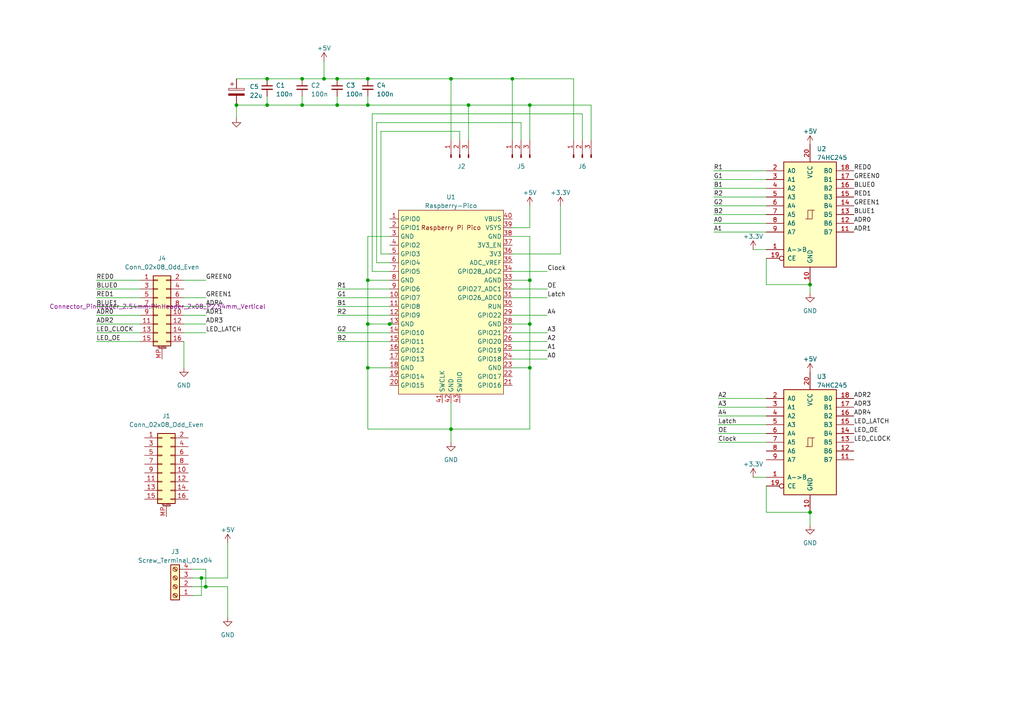
<source format=kicad_sch>
(kicad_sch (version 20231120) (generator "eeschema") (generator_version "8.0")
  (paper "A4")
  (lib_symbols
    (symbol "1_ene9ba_Library:Conn_01x03_Pin" (pin_names (offset 1.016) hide)
      (property "Reference" "J" (at 0 5.08 0))
      (property "Value" "Conn_01x03_Pin" (at 0 -5.08 0))
      (symbol "Conn_01x03_Pin_1_1"
        (polyline (pts (xy 1.27 -2.54) (xy 0.8636 -2.54)) (stroke (width 0.1524)))
        (polyline (pts (xy 1.27 0) (xy 0.8636 0)) (stroke (width 0.1524)))
        (polyline (pts (xy 1.27 2.54) (xy 0.8636 2.54)) (stroke (width 0.1524)))
        (rectangle (start 0.8636 -2.413) (end 0 -2.667) (stroke (width 0.1524)) (fill (type outline)))
        (rectangle (start 0.8636 0.127) (end 0 -0.127) (stroke (width 0.1524)) (fill (type outline)))
        (rectangle (start 0.8636 2.667) (end 0 2.413) (stroke (width 0.1524)) (fill (type outline)))
        (pin passive line (at 5.08 2.54 180) (length 3.81) (name "Pin_1") (number "1"))
        (pin passive line (at 5.08 0 180) (length 3.81) (name "Pin_2") (number "2"))
        (pin passive line (at 5.08 -2.54 180) (length 3.81) (name "Pin_3") (number "3"))
      )
    )
    (symbol "1_ene9ba_Library:Raspberry-Pico"
      (property "Reference" "U" (at -13.97 27.94 0))
      (property "Value" "Raspberry-Pico" (at 0 19.05 0))
      (symbol "Raspberry-Pico_0_0"
        (text "Raspberry Pi Pico" (at 0 21.59 0) (effects (font (size 1.27 1.27))))
      )
      (symbol "Raspberry-Pico_0_1"
        (rectangle (start -15.24 26.67) (end 15.24 -26.67) (fill (type background)))
      )
      (symbol "Raspberry-Pico_1_1"
        (pin bidirectional line (at -17.78 24.13 0) (length 2.54) (name "GPIO0") (number "1"))
        (pin bidirectional line (at -17.78 1.27 0) (length 2.54) (name "GPIO7") (number "10"))
        (pin bidirectional line (at -17.78 -1.27 0) (length 2.54) (name "GPIO8") (number "11"))
        (pin bidirectional line (at -17.78 -3.81 0) (length 2.54) (name "GPIO9") (number "12"))
        (pin power_in line (at -17.78 -6.35 0) (length 2.54) (name "GND") (number "13"))
        (pin bidirectional line (at -17.78 -8.89 0) (length 2.54) (name "GPIO10") (number "14"))
        (pin bidirectional line (at -17.78 -11.43 0) (length 2.54) (name "GPIO11") (number "15"))
        (pin bidirectional line (at -17.78 -13.97 0) (length 2.54) (name "GPIO12") (number "16"))
        (pin bidirectional line (at -17.78 -16.51 0) (length 2.54) (name "GPIO13") (number "17"))
        (pin power_in line (at -17.78 -19.05 0) (length 2.54) (name "GND") (number "18"))
        (pin bidirectional line (at -17.78 -21.59 0) (length 2.54) (name "GPIO14") (number "19"))
        (pin bidirectional line (at -17.78 21.59 0) (length 2.54) (name "GPIO1") (number "2"))
        (pin bidirectional line (at -17.78 -24.13 0) (length 2.54) (name "GPIO15") (number "20"))
        (pin bidirectional line (at 17.78 -24.13 180) (length 2.54) (name "GPIO16") (number "21"))
        (pin bidirectional line (at 17.78 -21.59 180) (length 2.54) (name "GPIO17") (number "22"))
        (pin power_in line (at 17.78 -19.05 180) (length 2.54) (name "GND") (number "23"))
        (pin bidirectional line (at 17.78 -16.51 180) (length 2.54) (name "GPIO18") (number "24"))
        (pin bidirectional line (at 17.78 -13.97 180) (length 2.54) (name "GPIO19") (number "25"))
        (pin bidirectional line (at 17.78 -11.43 180) (length 2.54) (name "GPIO20") (number "26"))
        (pin bidirectional line (at 17.78 -8.89 180) (length 2.54) (name "GPIO21") (number "27"))
        (pin power_in line (at 17.78 -6.35 180) (length 2.54) (name "GND") (number "28"))
        (pin bidirectional line (at 17.78 -3.81 180) (length 2.54) (name "GPIO22") (number "29"))
        (pin power_in line (at -17.78 19.05 0) (length 2.54) (name "GND") (number "3"))
        (pin input line (at 17.78 -1.27 180) (length 2.54) (name "RUN") (number "30"))
        (pin bidirectional line (at 17.78 1.27 180) (length 2.54) (name "GPIO26_ADC0") (number "31"))
        (pin bidirectional line (at 17.78 3.81 180) (length 2.54) (name "GPIO27_ADC1") (number "32"))
        (pin power_in line (at 17.78 6.35 180) (length 2.54) (name "AGND") (number "33"))
        (pin bidirectional line (at 17.78 8.89 180) (length 2.54) (name "GPIO28_ADC2") (number "34"))
        (pin power_in line (at 17.78 11.43 180) (length 2.54) (name "ADC_VREF") (number "35"))
        (pin power_in line (at 17.78 13.97 180) (length 2.54) (name "3V3") (number "36"))
        (pin input line (at 17.78 16.51 180) (length 2.54) (name "3V3_EN") (number "37"))
        (pin bidirectional line (at 17.78 19.05 180) (length 2.54) (name "GND") (number "38"))
        (pin power_in line (at 17.78 21.59 180) (length 2.54) (name "VSYS") (number "39"))
        (pin bidirectional line (at -17.78 16.51 0) (length 2.54) (name "GPIO2") (number "4"))
        (pin power_in line (at 17.78 24.13 180) (length 2.54) (name "VBUS") (number "40"))
        (pin input line (at -2.54 -29.21 90) (length 2.54) (name "SWCLK") (number "41"))
        (pin power_in line (at 0 -29.21 90) (length 2.54) (name "GND") (number "42"))
        (pin bidirectional line (at 2.54 -29.21 90) (length 2.54) (name "SWDIO") (number "43"))
        (pin bidirectional line (at -17.78 13.97 0) (length 2.54) (name "GPIO3") (number "5"))
        (pin bidirectional line (at -17.78 11.43 0) (length 2.54) (name "GPIO4") (number "6"))
        (pin bidirectional line (at -17.78 8.89 0) (length 2.54) (name "GPIO5") (number "7"))
        (pin power_in line (at -17.78 6.35 0) (length 2.54) (name "GND") (number "8"))
        (pin bidirectional line (at -17.78 3.81 0) (length 2.54) (name "GPIO6") (number "9"))
      )
    )
    (symbol "74xx:74HC245" (pin_names (offset 1.016))
      (property "Reference" "U" (at -7.62 16.51 0))
      (property "Value" "74HC245" (at -7.62 -16.51 0))
      (symbol "74HC245_1_0"
        (polyline (pts (xy -0.635 -1.27) (xy -0.635 1.27) (xy 0.635 1.27)))
        (polyline (pts (xy -1.27 -1.27) (xy 0.635 -1.27) (xy 0.635 1.27) (xy 1.27 1.27)))
        (pin input line (at -12.7 -10.16 0) (length 5.08) (name "A->B") (number "1"))
        (pin power_in line (at 0 -20.32 90) (length 5.08) (name "GND") (number "10"))
        (pin tri_state line (at 12.7 -5.08 180) (length 5.08) (name "B7") (number "11"))
        (pin tri_state line (at 12.7 -2.54 180) (length 5.08) (name "B6") (number "12"))
        (pin tri_state line (at 12.7 0 180) (length 5.08) (name "B5") (number "13"))
        (pin tri_state line (at 12.7 2.54 180) (length 5.08) (name "B4") (number "14"))
        (pin tri_state line (at 12.7 5.08 180) (length 5.08) (name "B3") (number "15"))
        (pin tri_state line (at 12.7 7.62 180) (length 5.08) (name "B2") (number "16"))
        (pin tri_state line (at 12.7 10.16 180) (length 5.08) (name "B1") (number "17"))
        (pin tri_state line (at 12.7 12.7 180) (length 5.08) (name "B0") (number "18"))
        (pin input inverted (at -12.7 -12.7 0) (length 5.08) (name "CE") (number "19"))
        (pin tri_state line (at -12.7 12.7 0) (length 5.08) (name "A0") (number "2"))
        (pin power_in line (at 0 20.32 270) (length 5.08) (name "VCC") (number "20"))
        (pin tri_state line (at -12.7 10.16 0) (length 5.08) (name "A1") (number "3"))
        (pin tri_state line (at -12.7 7.62 0) (length 5.08) (name "A2") (number "4"))
        (pin tri_state line (at -12.7 5.08 0) (length 5.08) (name "A3") (number "5"))
        (pin tri_state line (at -12.7 2.54 0) (length 5.08) (name "A4") (number "6"))
        (pin tri_state line (at -12.7 0 0) (length 5.08) (name "A5") (number "7"))
        (pin tri_state line (at -12.7 -2.54 0) (length 5.08) (name "A6") (number "8"))
        (pin tri_state line (at -12.7 -5.08 0) (length 5.08) (name "A7") (number "9"))
      )
      (symbol "74HC245_1_1"
        (rectangle (start -7.62 15.24) (end 7.62 -15.24) (stroke (width 0.254)) (fill (type background)))
      )
    )
    (symbol "Connector:Screw_Terminal_01x04" (pin_names (offset 1.016) hide)
      (property "Reference" "J" (at 0 5.08 0))
      (property "Value" "Screw_Terminal_01x04" (at 0 -7.62 0))
      (symbol "Screw_Terminal_01x04_1_1"
        (rectangle (start -1.27 3.81) (end 1.27 -6.35) (stroke (width 0.254)) (fill (type background)))
        (circle (center 0 -5.08) (radius 0.635) (stroke (width 0.1524)))
        (circle (center 0 -2.54) (radius 0.635) (stroke (width 0.1524)))
        (polyline (pts (xy -0.5334 -4.7498) (xy 0.3302 -5.588)) (stroke (width 0.1524)))
        (polyline (pts (xy -0.5334 -2.2098) (xy 0.3302 -3.048)) (stroke (width 0.1524)))
        (polyline (pts (xy -0.5334 0.3302) (xy 0.3302 -0.508)) (stroke (width 0.1524)))
        (polyline (pts (xy -0.5334 2.8702) (xy 0.3302 2.032)) (stroke (width 0.1524)))
        (polyline (pts (xy -0.3556 -4.572) (xy 0.508 -5.4102)) (stroke (width 0.1524)))
        (polyline (pts (xy -0.3556 -2.032) (xy 0.508 -2.8702)) (stroke (width 0.1524)))
        (polyline (pts (xy -0.3556 0.508) (xy 0.508 -0.3302)) (stroke (width 0.1524)))
        (polyline (pts (xy -0.3556 3.048) (xy 0.508 2.2098)) (stroke (width 0.1524)))
        (circle (center 0 0) (radius 0.635) (stroke (width 0.1524)))
        (circle (center 0 2.54) (radius 0.635) (stroke (width 0.1524)))
        (pin passive line (at -5.08 2.54 0) (length 3.81) (name "Pin_1") (number "1"))
        (pin passive line (at -5.08 0 0) (length 3.81) (name "Pin_2") (number "2"))
        (pin passive line (at -5.08 -2.54 0) (length 3.81) (name "Pin_3") (number "3"))
        (pin passive line (at -5.08 -5.08 0) (length 3.81) (name "Pin_4") (number "4"))
      )
    )
    (symbol "Connector_Generic_MountingPin:Conn_02x08_Odd_Even_MountingPin" (pin_names (offset 1.016) hide)
      (property "Reference" "J" (at 1.27 10.16 0))
      (property "Value" "Conn_02x08_Odd_Even_MountingPin" (at 2.54 -12.7 0))
      (symbol "Conn_02x08_Odd_Even_MountingPin_1_1"
        (rectangle (start -1.27 -10.033) (end 0 -10.287) (stroke (width 0.1524)))
        (rectangle (start -1.27 -7.493) (end 0 -7.747) (stroke (width 0.1524)))
        (rectangle (start -1.27 -4.953) (end 0 -5.207) (stroke (width 0.1524)))
        (rectangle (start -1.27 -2.413) (end 0 -2.667) (stroke (width 0.1524)))
        (rectangle (start -1.27 0.127) (end 0 -0.127) (stroke (width 0.1524)))
        (rectangle (start -1.27 2.667) (end 0 2.413) (stroke (width 0.1524)))
        (rectangle (start -1.27 5.207) (end 0 4.953) (stroke (width 0.1524)))
        (rectangle (start -1.27 7.747) (end 0 7.493) (stroke (width 0.1524)))
        (rectangle (start -1.27 8.89) (end 3.81 -11.43) (stroke (width 0.254)) (fill (type background)))
        (polyline (pts (xy 0.254 -12.192) (xy 2.286 -12.192)) (stroke (width 0.1524)))
        (rectangle (start 3.81 -10.033) (end 2.54 -10.287) (stroke (width 0.1524)))
        (rectangle (start 3.81 -7.493) (end 2.54 -7.747) (stroke (width 0.1524)))
        (rectangle (start 3.81 -4.953) (end 2.54 -5.207) (stroke (width 0.1524)))
        (rectangle (start 3.81 -2.413) (end 2.54 -2.667) (stroke (width 0.1524)))
        (rectangle (start 3.81 0.127) (end 2.54 -0.127) (stroke (width 0.1524)))
        (rectangle (start 3.81 2.667) (end 2.54 2.413) (stroke (width 0.1524)))
        (rectangle (start 3.81 5.207) (end 2.54 4.953) (stroke (width 0.1524)))
        (rectangle (start 3.81 7.747) (end 2.54 7.493) (stroke (width 0.1524)))
        (text "Mounting" (at 1.27 -11.811 0) (effects (font (size 0.381 0.381))))
        (pin passive line (at -5.08 7.62 0) (length 3.81) (name "Pin_1") (number "1"))
        (pin passive line (at 7.62 -2.54 180) (length 3.81) (name "Pin_10") (number "10"))
        (pin passive line (at -5.08 -5.08 0) (length 3.81) (name "Pin_11") (number "11"))
        (pin passive line (at 7.62 -5.08 180) (length 3.81) (name "Pin_12") (number "12"))
        (pin passive line (at -5.08 -7.62 0) (length 3.81) (name "Pin_13") (number "13"))
        (pin passive line (at 7.62 -7.62 180) (length 3.81) (name "Pin_14") (number "14"))
        (pin passive line (at -5.08 -10.16 0) (length 3.81) (name "Pin_15") (number "15"))
        (pin passive line (at 7.62 -10.16 180) (length 3.81) (name "Pin_16") (number "16"))
        (pin passive line (at 7.62 7.62 180) (length 3.81) (name "Pin_2") (number "2"))
        (pin passive line (at -5.08 5.08 0) (length 3.81) (name "Pin_3") (number "3"))
        (pin passive line (at 7.62 5.08 180) (length 3.81) (name "Pin_4") (number "4"))
        (pin passive line (at -5.08 2.54 0) (length 3.81) (name "Pin_5") (number "5"))
        (pin passive line (at 7.62 2.54 180) (length 3.81) (name "Pin_6") (number "6"))
        (pin passive line (at -5.08 0 0) (length 3.81) (name "Pin_7") (number "7"))
        (pin passive line (at 7.62 0 180) (length 3.81) (name "Pin_8") (number "8"))
        (pin passive line (at -5.08 -2.54 0) (length 3.81) (name "Pin_9") (number "9"))
        (pin passive line (at 1.27 -15.24 90) (length 3.048) (name "MountPin") (number "MP"))
      )
    )
    (symbol "Device:C_Polarized" (pin_numbers hide) (pin_names (offset 0.254))
      (property "Reference" "C" (at 0.635 2.54 0))
      (property "Value" "C_Polarized" (at 0.635 -2.54 0))
      (symbol "C_Polarized_0_1"
        (rectangle (start -2.286 0.508) (end 2.286 1.016))
        (polyline (pts (xy -1.778 2.286) (xy -0.762 2.286)))
        (polyline (pts (xy -1.27 2.794) (xy -1.27 1.778)))
        (rectangle (start 2.286 -0.508) (end -2.286 -1.016) (fill (type outline)))
      )
      (symbol "C_Polarized_1_1"
        (pin passive line (at 0 3.81 270) (length 2.794) (name "~") (number "1"))
        (pin passive line (at 0 -3.81 90) (length 2.794) (name "~") (number "2"))
      )
    )
    (symbol "Device:C_Small" (pin_numbers hide) (pin_names (offset 0.254) hide)
      (property "Reference" "C" (at 0.254 1.778 0))
      (property "Value" "C_Small" (at 0.254 -2.032 0))
      (symbol "C_Small_0_1"
        (polyline (pts (xy -1.524 -0.508) (xy 1.524 -0.508)) (stroke (width 0.3302)))
        (polyline (pts (xy -1.524 0.508) (xy 1.524 0.508)) (stroke (width 0.3048)))
      )
      (symbol "C_Small_1_1"
        (pin passive line (at 0 2.54 270) (length 2.032) (name "~") (number "1"))
        (pin passive line (at 0 -2.54 90) (length 2.032) (name "~") (number "2"))
      )
    )
    (symbol "power:+3.3V" (power) (pin_names (offset 0))
      (property "Value" "+3.3V" (at 0 3.556 0))
      (symbol "+3.3V_0_1"
        (polyline (pts (xy -0.762 1.27) (xy 0 2.54)))
        (polyline (pts (xy 0 0) (xy 0 2.54)))
        (polyline (pts (xy 0 2.54) (xy 0.762 1.27)))
      )
      (symbol "+3.3V_1_1"
        (pin power_in line (at 0 0 90) (length 0) hide (name "+3.3V") (number "1"))
      )
    )
    (symbol "power:+5V" (power) (pin_names (offset 0))
      (property "Value" "+5V" (at 0 3.556 0))
      (symbol "+5V_0_1"
        (polyline (pts (xy -0.762 1.27) (xy 0 2.54)))
        (polyline (pts (xy 0 0) (xy 0 2.54)))
        (polyline (pts (xy 0 2.54) (xy 0.762 1.27)))
      )
      (symbol "+5V_1_1"
        (pin power_in line (at 0 0 90) (length 0) hide (name "+5V") (number "1"))
      )
    )
    (symbol "power:GND" (power) (pin_names (offset 0))
      (property "Value" "GND" (at 0 -3.81 0))
      (symbol "GND_0_1"
        (polyline (pts (xy 0 0) (xy 0 -1.27) (xy 1.27 -1.27) (xy 0 -2.54) (xy -1.27 -1.27) (xy 0 -1.27)))
      )
      (symbol "GND_1_1"
        (pin power_in line (at 0 0 270) (length 0) hide (name "GND") (number "1"))
      )
    )
  )
  (junction (at 77.47 22.86))
  (junction (at 148.59 22.86))
  (junction (at 97.79 30.48))
  (junction (at 87.63 22.86))
  (junction (at 113.03 93.98))
  (junction (at 106.68 81.28))
  (junction (at 106.68 22.86))
  (junction (at 135.89 30.48))
  (junction (at 97.79 22.86))
  (junction (at 130.81 124.46))
  (junction (at 153.67 93.98))
  (junction (at 59.69 170.18))
  (junction (at 153.67 30.48))
  (junction (at 153.67 81.28))
  (junction (at 130.81 22.86))
  (junction (at 58.42 167.64))
  (junction (at 234.95 148.59))
  (junction (at 77.47 30.48))
  (junction (at 68.58 30.48))
  (junction (at 106.68 106.68))
  (junction (at 234.95 82.55))
  (junction (at 87.63 30.48))
  (junction (at 153.67 106.68))
  (junction (at 106.68 30.48))
  (junction (at 93.98 22.86))
  (junction (at 106.68 93.98))
  (wire (pts (xy 148.59 22.86) (xy 166.37 22.86)))
  (wire (pts (xy 110.49 38.1) (xy 110.49 73.66)))
  (wire (pts (xy 107.95 33.02) (xy 107.95 78.74)))
  (wire (pts (xy 106.68 81.28) (xy 106.68 93.98)))
  (wire (pts (xy 153.67 93.98) (xy 153.67 106.68)))
  (wire (pts (xy 153.67 30.48) (xy 153.67 40.64)))
  (wire (pts (xy 135.89 30.48) (xy 135.89 40.64)))
  (wire (pts (xy 218.44 138.43) (xy 222.25 138.43)))
  (wire (pts (xy 53.34 88.9) (xy 59.69 88.9)))
  (wire (pts (xy 66.04 157.48) (xy 66.04 167.64)))
  (wire (pts (xy 106.68 30.48) (xy 135.89 30.48)))
  (wire (pts (xy 27.94 81.28) (xy 40.64 81.28)))
  (wire (pts (xy 207.01 59.69) (xy 222.25 59.69)))
  (wire (pts (xy 208.28 128.27) (xy 222.25 128.27)))
  (wire (pts (xy 109.22 35.56) (xy 109.22 76.2)))
  (wire (pts (xy 208.28 123.19) (xy 222.25 123.19)))
  (wire (pts (xy 151.13 35.56) (xy 151.13 40.64)))
  (wire (pts (xy 55.88 170.18) (xy 59.69 170.18)))
  (wire (pts (xy 166.37 22.86) (xy 166.37 40.64)))
  (wire (pts (xy 97.79 99.06) (xy 113.03 99.06)))
  (wire (pts (xy 208.28 125.73) (xy 222.25 125.73)))
  (wire (pts (xy 106.68 106.68) (xy 106.68 124.46)))
  (wire (pts (xy 97.79 27.94) (xy 97.79 30.48)))
  (wire (pts (xy 97.79 83.82) (xy 113.03 83.82)))
  (wire (pts (xy 97.79 30.48) (xy 106.68 30.48)))
  (wire (pts (xy 222.25 140.97) (xy 222.25 148.59)))
  (wire (pts (xy 110.49 73.66) (xy 113.03 73.66)))
  (wire (pts (xy 110.49 38.1) (xy 133.35 38.1)))
  (wire (pts (xy 148.59 22.86) (xy 148.59 40.64)))
  (wire (pts (xy 148.59 83.82) (xy 158.75 83.82)))
  (wire (pts (xy 97.79 91.44) (xy 113.03 91.44)))
  (wire (pts (xy 59.69 170.18) (xy 59.69 165.1)))
  (wire (pts (xy 59.69 165.1) (xy 55.88 165.1)))
  (wire (pts (xy 107.95 33.02) (xy 168.91 33.02)))
  (wire (pts (xy 208.28 120.65) (xy 222.25 120.65)))
  (wire (pts (xy 168.91 33.02) (xy 168.91 40.64)))
  (wire (pts (xy 106.68 68.58) (xy 106.68 81.28)))
  (wire (pts (xy 106.68 22.86) (xy 130.81 22.86)))
  (wire (pts (xy 153.67 59.69) (xy 153.67 66.04)))
  (wire (pts (xy 207.01 62.23) (xy 222.25 62.23)))
  (wire (pts (xy 55.88 172.72) (xy 58.42 172.72)))
  (wire (pts (xy 58.42 167.64) (xy 66.04 167.64)))
  (wire (pts (xy 53.34 93.98) (xy 59.69 93.98)))
  (wire (pts (xy 27.94 93.98) (xy 40.64 93.98)))
  (wire (pts (xy 153.67 66.04) (xy 148.59 66.04)))
  (wire (pts (xy 106.68 124.46) (xy 130.81 124.46)))
  (wire (pts (xy 113.03 68.58) (xy 106.68 68.58)))
  (wire (pts (xy 59.69 170.18) (xy 66.04 170.18)))
  (wire (pts (xy 148.59 104.14) (xy 158.75 104.14)))
  (wire (pts (xy 207.01 67.31) (xy 222.25 67.31)))
  (wire (pts (xy 148.59 68.58) (xy 153.67 68.58)))
  (wire (pts (xy 27.94 86.36) (xy 40.64 86.36)))
  (wire (pts (xy 87.63 30.48) (xy 97.79 30.48)))
  (wire (pts (xy 93.98 17.78) (xy 93.98 22.86)))
  (wire (pts (xy 130.81 124.46) (xy 153.67 124.46)))
  (wire (pts (xy 53.34 86.36) (xy 59.69 86.36)))
  (wire (pts (xy 133.35 38.1) (xy 133.35 40.64)))
  (wire (pts (xy 97.79 22.86) (xy 106.68 22.86)))
  (wire (pts (xy 148.59 99.06) (xy 158.75 99.06)))
  (wire (pts (xy 109.22 35.56) (xy 151.13 35.56)))
  (wire (pts (xy 53.34 99.06) (xy 53.34 106.68)))
  (wire (pts (xy 148.59 73.66) (xy 162.56 73.66)))
  (wire (pts (xy 208.28 118.11) (xy 222.25 118.11)))
  (wire (pts (xy 27.94 88.9) (xy 40.64 88.9)))
  (wire (pts (xy 222.25 148.59) (xy 234.95 148.59)))
  (wire (pts (xy 106.68 93.98) (xy 113.03 93.98)))
  (wire (pts (xy 27.94 83.82) (xy 40.64 83.82)))
  (wire (pts (xy 234.95 82.55) (xy 234.95 85.09)))
  (wire (pts (xy 68.58 30.48) (xy 77.47 30.48)))
  (wire (pts (xy 130.81 22.86) (xy 130.81 40.64)))
  (wire (pts (xy 222.25 74.93) (xy 222.25 82.55)))
  (wire (pts (xy 153.67 30.48) (xy 171.45 30.48)))
  (wire (pts (xy 106.68 27.94) (xy 106.68 30.48)))
  (wire (pts (xy 153.67 106.68) (xy 153.67 124.46)))
  (wire (pts (xy 27.94 91.44) (xy 40.64 91.44)))
  (wire (pts (xy 207.01 54.61) (xy 222.25 54.61)))
  (wire (pts (xy 27.94 99.06) (xy 40.64 99.06)))
  (wire (pts (xy 93.98 22.86) (xy 97.79 22.86)))
  (wire (pts (xy 135.89 30.48) (xy 153.67 30.48)))
  (wire (pts (xy 53.34 81.28) (xy 59.69 81.28)))
  (wire (pts (xy 148.59 91.44) (xy 158.75 91.44)))
  (wire (pts (xy 77.47 30.48) (xy 77.47 27.94)))
  (wire (pts (xy 222.25 82.55) (xy 234.95 82.55)))
  (wire (pts (xy 106.68 93.98) (xy 106.68 106.68)))
  (wire (pts (xy 97.79 86.36) (xy 113.03 86.36)))
  (wire (pts (xy 66.04 179.07) (xy 66.04 170.18)))
  (wire (pts (xy 218.44 72.39) (xy 222.25 72.39)))
  (wire (pts (xy 130.81 124.46) (xy 130.81 128.27)))
  (wire (pts (xy 27.94 96.52) (xy 40.64 96.52)))
  (wire (pts (xy 148.59 96.52) (xy 158.75 96.52)))
  (wire (pts (xy 68.58 22.86) (xy 77.47 22.86)))
  (wire (pts (xy 207.01 49.53) (xy 222.25 49.53)))
  (wire (pts (xy 148.59 81.28) (xy 153.67 81.28)))
  (wire (pts (xy 53.34 96.52) (xy 59.69 96.52)))
  (wire (pts (xy 148.59 106.68) (xy 153.67 106.68)))
  (wire (pts (xy 148.59 78.74) (xy 158.75 78.74)))
  (wire (pts (xy 130.81 22.86) (xy 148.59 22.86)))
  (wire (pts (xy 130.81 124.46) (xy 130.81 116.84)))
  (wire (pts (xy 77.47 30.48) (xy 87.63 30.48)))
  (wire (pts (xy 113.03 81.28) (xy 106.68 81.28)))
  (wire (pts (xy 153.67 81.28) (xy 153.67 93.98)))
  (wire (pts (xy 113.03 93.98) (xy 114.3 93.98)))
  (wire (pts (xy 87.63 22.86) (xy 93.98 22.86)))
  (wire (pts (xy 68.58 30.48) (xy 68.58 34.29)))
  (wire (pts (xy 153.67 93.98) (xy 148.59 93.98)))
  (wire (pts (xy 87.63 30.48) (xy 87.63 27.94)))
  (wire (pts (xy 109.22 76.2) (xy 113.03 76.2)))
  (wire (pts (xy 234.95 148.59) (xy 234.95 152.4)))
  (wire (pts (xy 55.88 167.64) (xy 58.42 167.64)))
  (wire (pts (xy 97.79 88.9) (xy 113.03 88.9)))
  (wire (pts (xy 97.79 96.52) (xy 113.03 96.52)))
  (wire (pts (xy 207.01 57.15) (xy 222.25 57.15)))
  (wire (pts (xy 77.47 22.86) (xy 87.63 22.86)))
  (wire (pts (xy 106.68 106.68) (xy 113.03 106.68)))
  (wire (pts (xy 207.01 64.77) (xy 222.25 64.77)))
  (wire (pts (xy 53.34 91.44) (xy 59.69 91.44)))
  (wire (pts (xy 148.59 86.36) (xy 158.75 86.36)))
  (wire (pts (xy 148.59 101.6) (xy 158.75 101.6)))
  (wire (pts (xy 153.67 68.58) (xy 153.67 81.28)))
  (wire (pts (xy 58.42 167.64) (xy 58.42 172.72)))
  (wire (pts (xy 208.28 115.57) (xy 222.25 115.57)))
  (wire (pts (xy 207.01 52.07) (xy 222.25 52.07)))
  (wire (pts (xy 107.95 78.74) (xy 113.03 78.74)))
  (wire (pts (xy 171.45 30.48) (xy 171.45 40.64)))
  (wire (pts (xy 162.56 59.69) (xy 162.56 73.66)))
  (label "RED0" (at 27.94 81.28 0))
  (label "ADR4" (at 247.65 120.65 0))
  (label "LED_LATCH" (at 247.65 123.19 0))
  (label "R2" (at 97.79 91.44 0))
  (label "RED0" (at 247.65 49.53 0))
  (label "A1" (at 158.75 101.6 0))
  (label "G2" (at 207.01 59.69 0))
  (label "G1" (at 207.01 52.07 0))
  (label "OE" (at 208.28 125.73 0))
  (label "ADR1" (at 59.69 91.44 0))
  (label "GREEN1" (at 247.65 59.69 0))
  (label "LED_LATCH" (at 59.69 96.52 0))
  (label "ADR3" (at 59.69 93.98 0))
  (label "Clock" (at 208.28 128.27 0))
  (label "G2" (at 97.79 96.52 0))
  (label "ADR0" (at 27.94 91.44 0))
  (label "OE" (at 158.75 83.82 0))
  (label "RED1" (at 27.94 86.36 0))
  (label "A4" (at 158.75 91.44 0))
  (label "LED_OE" (at 247.65 125.73 0))
  (label "G1" (at 97.79 86.36 0))
  (label "A3" (at 158.75 96.52 0))
  (label "A0" (at 158.75 104.14 0))
  (label "BLUE1" (at 27.94 88.9 0))
  (label "ADR2" (at 247.65 115.57 0))
  (label "BLUE0" (at 27.94 83.82 0))
  (label "Clock" (at 158.75 78.74 0))
  (label "ADR2" (at 27.94 93.98 0))
  (label "B1" (at 97.79 88.9 0))
  (label "B2" (at 207.01 62.23 0))
  (label "ADR3" (at 247.65 118.11 0))
  (label "RED1" (at 247.65 57.15 0))
  (label "ADR0" (at 247.65 64.77 0))
  (label "A2" (at 158.75 99.06 0))
  (label "GREEN0" (at 247.65 52.07 0))
  (label "ADR1" (at 247.65 67.31 0))
  (label "GREEN0" (at 59.69 81.28 0))
  (label "A4" (at 208.28 120.65 0))
  (label "ADR4" (at 59.69 88.9 0))
  (label "BLUE1" (at 247.65 62.23 0))
  (label "GREEN1" (at 59.69 86.36 0))
  (label "LED_CLOCK" (at 247.65 128.27 0))
  (label "R1" (at 97.79 83.82 0))
  (label "Latch" (at 158.75 86.36 0))
  (label "A2" (at 208.28 115.57 0))
  (label "R2" (at 207.01 57.15 0))
  (label "A3" (at 208.28 118.11 0))
  (label "LED_CLOCK" (at 27.94 96.52 0))
  (label "Latch" (at 208.28 123.19 0))
  (label "R1" (at 207.01 49.53 0))
  (label "A0" (at 207.01 64.77 0))
  (label "A1" (at 207.01 67.31 0))
  (label "LED_OE" (at 27.94 99.06 0))
  (label "B2" (at 97.79 99.06 0))
  (label "BLUE0" (at 247.65 54.61 0))
  (label "B1" (at 207.01 54.61 0))
  (symbol (lib_id "power:+5V") (at 66.04 157.48 0) (unit 1)
    (property "Reference" "#PWR01" (effects (hide yes)))
    (property "Value" "+5V" (at 66.04 153.67 0))
  )
  (symbol (lib_id "power:+5V") (at 93.98 17.78 0) (unit 1)
    (property "Reference" "#PWR04" (effects (hide yes)))
    (property "Value" "+5V" (at 93.98 13.97 0))
  )
  (symbol (lib_id "Device:C_Polarized") (at 68.58 26.67 0) (unit 1)
    (property "Reference" "C5" (at 72.39 25.146 0) (effects (justify left)))
    (property "Value" "22u" (at 72.39 27.686 0) (effects (justify left)))
    (property "Footprint" "Capacitor_THT:CP_Radial_D8.0mm_P5.00mm" (effects (hide yes)))
  )
  (symbol (lib_id "Connector_Generic_MountingPin:Conn_02x08_Odd_Even_MountingPin") (at 46.99 134.62 0) (unit 1)
    (property "Reference" "J1" (at 48.26 120.65 0))
    (property "Value" "Conn_02x08_Odd_Even" (at 48.26 123.19 0))
    (property "Footprint" "Connector_PinHeader_2.54mm:PinHeader_2x08_P2.54mm_Vertical" (effects (hide yes)))
    (property "Description" "Generic connectable mounting pin connector, double row, 02x08, odd/even pin numbering scheme (row 1 odd numbers, row 2 even numbers), script generated (kicad-library-utils/schlib/autogen/connector/)" (effects (hide yes)))
  )
  (symbol (lib_id "power:GND") (at 68.58 34.29 0) (unit 1)
    (property "Reference" "#PWR03" (effects (hide yes)))
    (property "Value" "GND" (effects (hide yes)))
  )
  (symbol (lib_id "power:GND") (at 234.95 85.09 0) (unit 1)
    (property "Reference" "#PWR09" (effects (hide yes)))
    (property "Value" "GND" (at 234.95 90.17 0))
  )
  (symbol (lib_id "power:+3.3V") (at 162.56 59.69 0) (unit 1)
    (property "Reference" "#PWR07" (effects (hide yes)))
    (property "Value" "+3.3V" (at 162.56 55.88 0))
  )
  (symbol (lib_id "power:GND") (at 66.04 179.07 0) (unit 1)
    (property "Reference" "#PWR02" (effects (hide yes)))
    (property "Value" "GND" (at 66.04 184.15 0))
  )
  (symbol (lib_id "power:GND") (at 53.34 106.68 0) (unit 1)
    (property "Reference" "#PWR014" (effects (hide yes)))
    (property "Value" "GND" (at 53.34 111.76 0))
  )
  (symbol (lib_id "power:GND") (at 234.95 152.4 0) (unit 1)
    (property "Reference" "#PWR08" (effects (hide yes)))
    (property "Value" "GND" (at 234.95 157.48 0))
  )
  (symbol (lib_id "Device:C_Small") (at 77.47 25.4 0) (unit 1)
    (property "Reference" "C1" (at 80.01 24.7713 0) (effects (justify left)))
    (property "Value" "100n" (at 80.01 27.3113 0) (effects (justify left)))
    (property "Footprint" "Capacitor_THT:C_Disc_D5.0mm_W2.5mm_P5.00mm" (effects (hide yes)))
  )
  (symbol (lib_id "1_ene9ba_Library:Raspberry-Pico") (at 130.81 87.63 0) (unit 1)
    (property "Reference" "U1" (at 130.81 57.15 0))
    (property "Value" "Raspberry-Pico" (at 130.81 59.69 0))
    (property "Footprint" "my_library:MODULE_SC0918" (effects (hide yes)))
  )
  (symbol (lib_id "power:+3.3V") (at 218.44 72.39 0) (unit 1)
    (property "Reference" "#PWR010" (effects (hide yes)))
    (property "Value" "+3.3V" (at 218.44 68.58 0))
  )
  (symbol (lib_id "1_ene9ba_Library:Conn_01x03_Pin") (at 168.91 45.72 90) (unit 1)
    (property "Reference" "J6" (at 168.91 48.26 90))
    (property "Value" "Conn_01x03_Pin" (effects (hide yes)))
    (property "Footprint" "Connector_JST:JST_XH_B3B-XH-A_1x03_P2.50mm_Vertical" (effects (hide yes)))
    (property "Description" "Generic connector, single row, 01x03, script generated" (effects (hide yes)))
  )
  (symbol (lib_id "power:+3.3V") (at 218.44 138.43 0) (unit 1)
    (property "Reference" "#PWR011" (effects (hide yes)))
    (property "Value" "+3.3V" (at 218.44 134.62 0))
  )
  (symbol (lib_id "Connector_Generic_MountingPin:Conn_02x08_Odd_Even_MountingPin") (at 45.72 88.9 0) (unit 1)
    (property "Reference" "J4" (at 46.99 74.93 0))
    (property "Value" "Conn_02x08_Odd_Even" (at 46.99 77.47 0))
    (property "Footprint" "Connector_PinHeader_2.54mm:PinHeader_2x08_P2.54mm_Vertical" (at 45.72 88.9 0))
    (property "Description" "Generic connectable mounting pin connector, double row, 02x08, odd/even pin numbering scheme (row 1 odd numbers, row 2 even numbers), script generated (kicad-library-utils/schlib/autogen/connector/)" (effects (hide yes)))
  )
  (symbol (lib_id "74xx:74HC245") (at 234.95 62.23 0) (unit 1)
    (property "Reference" "U2" (at 236.9059 43.18 0) (effects (justify left)))
    (property "Value" "74HC245" (at 236.9059 45.72 0) (effects (justify left)))
    (property "Footprint" "my_library:SOIC127P1032X265-20N" (effects (hide yes)))
    (property "Datasheet" "http://www.ti.com/lit/gpn/sn74HC245" (effects (hide yes)))
  )
  (symbol (lib_id "Device:C_Small") (at 106.68 25.4 0) (unit 1)
    (property "Reference" "C4" (at 109.22 24.7713 0) (effects (justify left)))
    (property "Value" "100n" (at 109.22 27.3113 0) (effects (justify left)))
    (property "Footprint" "Capacitor_THT:C_Disc_D5.0mm_W2.5mm_P5.00mm" (effects (hide yes)))
  )
  (symbol (lib_id "Device:C_Small") (at 87.63 25.4 0) (unit 1)
    (property "Reference" "C2" (at 90.17 24.7713 0) (effects (justify left)))
    (property "Value" "100n" (at 90.17 27.3113 0) (effects (justify left)))
    (property "Footprint" "Capacitor_THT:C_Disc_D5.0mm_W2.5mm_P5.00mm" (effects (hide yes)))
  )
  (symbol (lib_id "Device:C_Small") (at 97.79 25.4 0) (unit 1)
    (property "Reference" "C3" (at 100.33 24.7713 0) (effects (justify left)))
    (property "Value" "100n" (at 100.33 27.3113 0) (effects (justify left)))
    (property "Footprint" "Capacitor_THT:C_Disc_D5.0mm_W2.5mm_P5.00mm" (effects (hide yes)))
  )
  (symbol (lib_id "power:GND") (at 130.81 128.27 0) (unit 1)
    (property "Reference" "#PWR06" (effects (hide yes)))
    (property "Value" "GND" (at 130.81 133.35 0))
  )
  (symbol (lib_id "power:+5V") (at 234.95 41.91 0) (unit 1)
    (property "Reference" "#PWR012" (effects (hide yes)))
    (property "Value" "+5V" (at 234.95 38.1 0))
  )
  (symbol (lib_id "power:+5V") (at 234.95 107.95 0) (unit 1)
    (property "Reference" "#PWR013" (effects (hide yes)))
    (property "Value" "+5V" (at 234.95 104.14 0))
  )
  (symbol (lib_id "Connector:Screw_Terminal_01x04") (at 50.8 170.18 180) (unit 1)
    (property "Reference" "J3" (at 50.8 160.02 0))
    (property "Value" "Screw_Terminal_01x04" (at 50.8 162.56 0))
    (property "Footprint" "Connector_Phoenix_GMSTB:PhoenixContact_GMSTBA_2,5_4-G-7,62_1x04_P7.62mm_Horizontal" (effects (hide yes)))
  )
  (symbol (lib_id "1_ene9ba_Library:Conn_01x03_Pin") (at 151.13 45.72 90) (unit 1)
    (property "Reference" "J5" (at 151.13 48.26 90))
    (property "Value" "Conn_01x03_Pin" (effects (hide yes)))
    (property "Footprint" "Connector_JST:JST_XH_B3B-XH-A_1x03_P2.50mm_Vertical" (effects (hide yes)))
    (property "Description" "Generic connector, single row, 01x03, script generated" (effects (hide yes)))
  )
  (symbol (lib_id "74xx:74HC245") (at 234.95 128.27 0) (unit 1)
    (property "Reference" "U3" (at 236.9059 109.22 0) (effects (justify left)))
    (property "Value" "74HC245" (at 236.9059 111.76 0) (effects (justify left)))
    (property "Footprint" "my_library:SOIC127P1032X265-20N" (effects (hide yes)))
    (property "Datasheet" "http://www.ti.com/lit/gpn/sn74HC245" (effects (hide yes)))
  )
  (symbol (lib_id "power:+5V") (at 153.67 59.69 0) (unit 1)
    (property "Reference" "#PWR05" (effects (hide yes)))
    (property "Value" "+5V" (at 153.67 55.88 0))
  )
  (symbol (lib_id "1_ene9ba_Library:Conn_01x03_Pin") (at 133.35 45.72 90) (unit 1)
    (property "Reference" "J2" (at 133.858 48.26 90))
    (property "Value" "Conn_01x03_Pin" (effects (hide yes)))
    (property "Footprint" "Connector_JST:JST_XH_B3B-XH-A_1x03_P2.50mm_Vertical" (effects (hide yes)))
    (property "Description" "Generic connector, single row, 01x03, script generated" (effects (hide yes)))
  )
)
</source>
